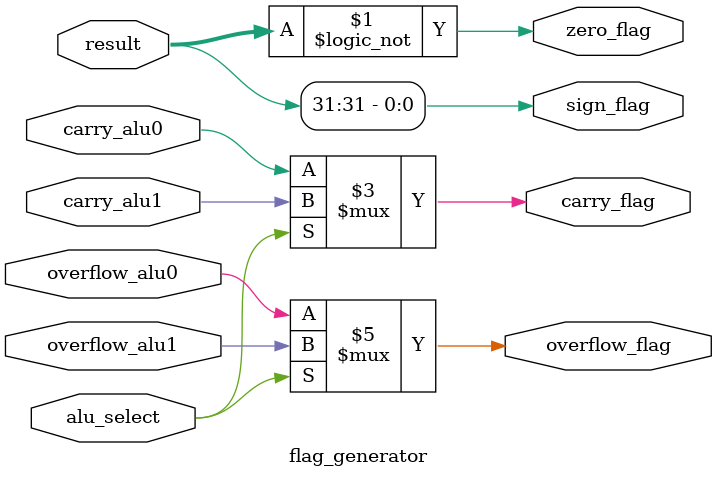
<source format=v>

module flag_generator #(
    parameter WIDTH = 32
)(
    input  wire [WIDTH-1:0]     result,
    input  wire                 carry_alu0,
    input  wire                 overflow_alu0,
    input  wire                 carry_alu1,
    input  wire                 overflow_alu1,
    input  wire                 alu_select,
    output wire                 zero_flag,
    output wire                 sign_flag,
    output wire                 carry_flag,
    output wire                 overflow_flag
);
    
    // Zero flag: Set when result is zero
    assign zero_flag = (result == {WIDTH{1'b0}});
    
    // Sign flag: MSB of result (for signed operations)
    assign sign_flag = result[WIDTH-1];
    
    // Carry flag: Depends on which ALU is selected
    assign carry_flag = (alu_select == 0) ? carry_alu0 : carry_alu1;
    
    // Overflow flag: Depends on which ALU is selected
    assign overflow_flag = (alu_select == 0) ? overflow_alu0 : overflow_alu1;
    
endmodule
</source>
